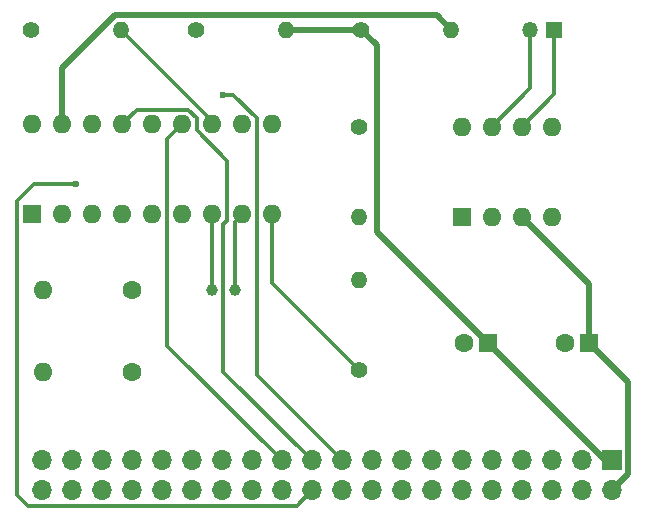
<source format=gbr>
%TF.GenerationSoftware,KiCad,Pcbnew,8.0.0*%
%TF.CreationDate,2024-02-26T14:23:39+00:00*%
%TF.ProjectId,piHat,70694861-742e-46b6-9963-61645f706362,rev?*%
%TF.SameCoordinates,Original*%
%TF.FileFunction,Copper,L1,Top*%
%TF.FilePolarity,Positive*%
%FSLAX46Y46*%
G04 Gerber Fmt 4.6, Leading zero omitted, Abs format (unit mm)*
G04 Created by KiCad (PCBNEW 8.0.0) date 2024-02-26 14:23:39*
%MOMM*%
%LPD*%
G01*
G04 APERTURE LIST*
%TA.AperFunction,ComponentPad*%
%ADD10R,1.600000X1.600000*%
%TD*%
%TA.AperFunction,ComponentPad*%
%ADD11O,1.600000X1.600000*%
%TD*%
%TA.AperFunction,ComponentPad*%
%ADD12C,1.600000*%
%TD*%
%TA.AperFunction,ComponentPad*%
%ADD13C,1.400000*%
%TD*%
%TA.AperFunction,ComponentPad*%
%ADD14O,1.400000X1.400000*%
%TD*%
%TA.AperFunction,ComponentPad*%
%ADD15R,1.700000X1.700000*%
%TD*%
%TA.AperFunction,ComponentPad*%
%ADD16O,1.700000X1.700000*%
%TD*%
%TA.AperFunction,ComponentPad*%
%ADD17C,1.000000*%
%TD*%
%TA.AperFunction,ComponentPad*%
%ADD18R,1.350000X1.350000*%
%TD*%
%TA.AperFunction,ComponentPad*%
%ADD19O,1.350000X1.350000*%
%TD*%
%TA.AperFunction,ViaPad*%
%ADD20C,0.600000*%
%TD*%
%TA.AperFunction,Conductor*%
%ADD21C,0.300000*%
%TD*%
%TA.AperFunction,Conductor*%
%ADD22C,0.500000*%
%TD*%
G04 APERTURE END LIST*
D10*
%TO.P,U2,1,TXD*%
%TO.N,Net-(U1-TXCAN)*%
X130200000Y-92800000D03*
D11*
%TO.P,U2,2,VSS*%
%TO.N,VSS*%
X132740000Y-92800000D03*
%TO.P,U2,3,VDD*%
%TO.N,VDD*%
X135280000Y-92800000D03*
%TO.P,U2,4,RXD*%
%TO.N,Net-(U2-RXD)*%
X137820000Y-92800000D03*
%TO.P,U2,5,Vref*%
%TO.N,unconnected-(U2-Vref-Pad5)*%
X137820000Y-85180000D03*
%TO.P,U2,6,CANL*%
%TO.N,Net-(J1-Pin_1)*%
X135280000Y-85180000D03*
%TO.P,U2,7,CANH*%
%TO.N,Net-(J1-Pin_2)*%
X132740000Y-85180000D03*
%TO.P,U2,8,Rs*%
%TO.N,VSS*%
X130200000Y-85180000D03*
%TD*%
D12*
%TO.P,22pF1,1*%
%TO.N,Net-(U1-OSC2)*%
X102250000Y-99000000D03*
D11*
%TO.P,22pF1,2*%
%TO.N,VSS*%
X94750000Y-99000000D03*
%TD*%
D13*
%TO.P,20K1,1*%
%TO.N,VSS*%
X121500000Y-105810000D03*
D14*
%TO.P,20K1,2*%
%TO.N,Net-(U1-RXCAN)*%
X121500000Y-98190000D03*
%TD*%
D10*
%TO.P,U1,1,TXCAN*%
%TO.N,Net-(U1-TXCAN)*%
X93800000Y-92620000D03*
D11*
%TO.P,U1,2,RXCAN*%
%TO.N,Net-(U1-RXCAN)*%
X96340000Y-92620000D03*
%TO.P,U1,3,CLKOUT/SOF*%
%TO.N,unconnected-(U1-CLKOUT{slash}SOF-Pad3)*%
X98880000Y-92620000D03*
%TO.P,U1,4,~{TX0RTS}*%
%TO.N,unconnected-(U1-~{TX0RTS}-Pad4)*%
X101420000Y-92620000D03*
%TO.P,U1,5,~{TX1RTS}*%
%TO.N,unconnected-(U1-~{TX1RTS}-Pad5)*%
X103960000Y-92620000D03*
%TO.P,U1,6,~{TX2RTS}*%
%TO.N,unconnected-(U1-~{TX2RTS}-Pad6)*%
X106500000Y-92620000D03*
%TO.P,U1,7,OSC2*%
%TO.N,Net-(U1-OSC2)*%
X109040000Y-92620000D03*
%TO.P,U1,8,OSC1*%
%TO.N,Net-(U1-OSC1)*%
X111580000Y-92620000D03*
%TO.P,U1,9,VSS*%
%TO.N,VSS*%
X114120000Y-92620000D03*
%TO.P,U1,10,~{RX1BF}*%
%TO.N,unconnected-(U1-~{RX1BF}-Pad10)*%
X114120000Y-85000000D03*
%TO.P,U1,11,~{RX0BF}*%
%TO.N,unconnected-(U1-~{RX0BF}-Pad11)*%
X111580000Y-85000000D03*
%TO.P,U1,12,~{INT}*%
%TO.N,Net-(J2-GPIO25)*%
X109040000Y-85000000D03*
%TO.P,U1,13,SCK*%
%TO.N,Net-(J2-SCLK0{slash}GPIO11)*%
X106500000Y-85000000D03*
%TO.P,U1,14,SI*%
%TO.N,Net-(J2-MOSI0{slash}GPIO10)*%
X103960000Y-85000000D03*
%TO.P,U1,15,SO*%
%TO.N,Net-(J2-MISO0{slash}GPIO9)*%
X101420000Y-85000000D03*
%TO.P,U1,16,~{CS}*%
%TO.N,Net-(J2-~{CE0}{slash}GPIO8)*%
X98880000Y-85000000D03*
%TO.P,U1,17,~{RESET}*%
%TO.N,Net-(U1-~{RESET})*%
X96340000Y-85000000D03*
%TO.P,U1,18,VDD*%
%TO.N,VCC*%
X93800000Y-85000000D03*
%TD*%
D10*
%TO.P,C3,1*%
%TO.N,VCC*%
X132410225Y-103499999D03*
D12*
%TO.P,C3,2*%
%TO.N,VSS*%
X130410225Y-103499999D03*
%TD*%
D13*
%TO.P,R2-4K7,1*%
%TO.N,Net-(J2-~{CE0}{slash}GPIO8)*%
X107690000Y-77000000D03*
D14*
%TO.P,R2-4K7,2*%
%TO.N,VCC*%
X115310000Y-77000000D03*
%TD*%
D13*
%TO.P,R1-4K7,1*%
%TO.N,VCC*%
X93690000Y-77000000D03*
D14*
%TO.P,R1-4K7,2*%
%TO.N,Net-(J2-GPIO25)*%
X101310000Y-77000000D03*
%TD*%
D13*
%TO.P,10K1,1*%
%TO.N,Net-(U2-RXD)*%
X121500000Y-85190000D03*
D14*
%TO.P,10K1,2*%
%TO.N,Net-(U1-RXCAN)*%
X121500000Y-92810000D03*
%TD*%
D15*
%TO.P,J2,1,3V3*%
%TO.N,VCC*%
X142900000Y-113450000D03*
D16*
%TO.P,J2,2,5V*%
%TO.N,VDD*%
X142900000Y-115990000D03*
%TO.P,J2,3,SDA/GPIO2*%
%TO.N,unconnected-(J2-SDA{slash}GPIO2-Pad3)*%
X140360000Y-113450000D03*
%TO.P,J2,4,5V*%
%TO.N,VDD*%
X140360000Y-115990000D03*
%TO.P,J2,5,SCL/GPIO3*%
%TO.N,unconnected-(J2-SCL{slash}GPIO3-Pad5)*%
X137820000Y-113450000D03*
%TO.P,J2,6,GND*%
%TO.N,VSS*%
X137820000Y-115990000D03*
%TO.P,J2,7,GCLK0/GPIO4*%
%TO.N,unconnected-(J2-GCLK0{slash}GPIO4-Pad7)*%
X135280000Y-113450000D03*
%TO.P,J2,8,GPIO14/TXD*%
%TO.N,unconnected-(J2-GPIO14{slash}TXD-Pad8)*%
X135280000Y-115990000D03*
%TO.P,J2,9,GND*%
%TO.N,VSS*%
X132740000Y-113450000D03*
%TO.P,J2,10,GPIO15/RXD*%
%TO.N,unconnected-(J2-GPIO15{slash}RXD-Pad10)*%
X132740000Y-115990000D03*
%TO.P,J2,11,GPIO17*%
%TO.N,unconnected-(J2-GPIO17-Pad11)*%
X130200000Y-113450000D03*
%TO.P,J2,12,GPIO18/PWM0*%
%TO.N,unconnected-(J2-GPIO18{slash}PWM0-Pad12)*%
X130200000Y-115990000D03*
%TO.P,J2,13,GPIO27*%
%TO.N,unconnected-(J2-GPIO27-Pad13)*%
X127660000Y-113450000D03*
%TO.P,J2,14,GND*%
%TO.N,VSS*%
X127660000Y-115990000D03*
%TO.P,J2,15,GPIO22*%
%TO.N,unconnected-(J2-GPIO22-Pad15)*%
X125120000Y-113450000D03*
%TO.P,J2,16,GPIO23*%
%TO.N,unconnected-(J2-GPIO23-Pad16)*%
X125120000Y-115990000D03*
%TO.P,J2,17,3V3*%
%TO.N,VCC*%
X122580000Y-113450000D03*
%TO.P,J2,18,GPIO24*%
%TO.N,unconnected-(J2-GPIO24-Pad18)*%
X122580000Y-115990000D03*
%TO.P,J2,19,MOSI0/GPIO10*%
%TO.N,Net-(J2-MOSI0{slash}GPIO10)*%
X120040000Y-113450000D03*
%TO.P,J2,20,GND*%
%TO.N,VSS*%
X120040000Y-115990000D03*
%TO.P,J2,21,MISO0/GPIO9*%
%TO.N,Net-(J2-MISO0{slash}GPIO9)*%
X117500000Y-113450000D03*
%TO.P,J2,22,GPIO25*%
%TO.N,Net-(J2-GPIO25)*%
X117500000Y-115990000D03*
%TO.P,J2,23,SCLK0/GPIO11*%
%TO.N,Net-(J2-SCLK0{slash}GPIO11)*%
X114960000Y-113450000D03*
%TO.P,J2,24,~{CE0}/GPIO8*%
%TO.N,Net-(J2-~{CE0}{slash}GPIO8)*%
X114960000Y-115990000D03*
%TO.P,J2,25,GND*%
%TO.N,VSS*%
X112420000Y-113450000D03*
%TO.P,J2,26,~{CE1}/GPIO7*%
%TO.N,unconnected-(J2-~{CE1}{slash}GPIO7-Pad26)*%
X112420000Y-115990000D03*
%TO.P,J2,27,ID_SD/GPIO0*%
%TO.N,unconnected-(J2-ID_SD{slash}GPIO0-Pad27)*%
X109880000Y-113450000D03*
%TO.P,J2,28,ID_SC/GPIO1*%
%TO.N,unconnected-(J2-ID_SC{slash}GPIO1-Pad28)*%
X109880000Y-115990000D03*
%TO.P,J2,29,GCLK1/GPIO5*%
%TO.N,unconnected-(J2-GCLK1{slash}GPIO5-Pad29)*%
X107340000Y-113450000D03*
%TO.P,J2,30,GND*%
%TO.N,VSS*%
X107340000Y-115990000D03*
%TO.P,J2,31,GCLK2/GPIO6*%
%TO.N,unconnected-(J2-GCLK2{slash}GPIO6-Pad31)*%
X104800000Y-113450000D03*
%TO.P,J2,32,PWM0/GPIO12*%
%TO.N,unconnected-(J2-PWM0{slash}GPIO12-Pad32)*%
X104800000Y-115990000D03*
%TO.P,J2,33,PWM1/GPIO13*%
%TO.N,unconnected-(J2-PWM1{slash}GPIO13-Pad33)*%
X102260000Y-113450000D03*
%TO.P,J2,34,GND*%
%TO.N,VSS*%
X102260000Y-115990000D03*
%TO.P,J2,35,GPIO19/MISO1*%
%TO.N,unconnected-(J2-GPIO19{slash}MISO1-Pad35)*%
X99720000Y-113450000D03*
%TO.P,J2,36,GPIO16*%
%TO.N,unconnected-(J2-GPIO16-Pad36)*%
X99720000Y-115990000D03*
%TO.P,J2,37,GPIO26*%
%TO.N,unconnected-(J2-GPIO26-Pad37)*%
X97180000Y-113450000D03*
%TO.P,J2,38,GPIO20/MOSI1*%
%TO.N,unconnected-(J2-GPIO20{slash}MOSI1-Pad38)*%
X97180000Y-115990000D03*
%TO.P,J2,39,GND*%
%TO.N,VSS*%
X94640000Y-113450000D03*
%TO.P,J2,40,GPIO21/SCLK1*%
%TO.N,unconnected-(J2-GPIO21{slash}SCLK1-Pad40)*%
X94640000Y-115990000D03*
%TD*%
D17*
%TO.P,16mhz1,1,1*%
%TO.N,Net-(U1-OSC2)*%
X109050000Y-99000000D03*
%TO.P,16mhz1,2,2*%
%TO.N,Net-(U1-OSC1)*%
X110950000Y-99000000D03*
%TD*%
D13*
%TO.P,R3-4K7,1*%
%TO.N,VCC*%
X121690000Y-77000000D03*
D14*
%TO.P,R3-4K7,2*%
%TO.N,Net-(U1-~{RESET})*%
X129310000Y-77000000D03*
%TD*%
D18*
%TO.P,H - L,1,Pin_1*%
%TO.N,Net-(J1-Pin_1)*%
X138000000Y-77000000D03*
D19*
%TO.P,H - L,2,Pin_2*%
%TO.N,Net-(J1-Pin_2)*%
X136000000Y-77000000D03*
%TD*%
D10*
%TO.P,C4,1*%
%TO.N,VDD*%
X140955113Y-103499999D03*
D12*
%TO.P,C4,2*%
%TO.N,VSS*%
X138955113Y-103499999D03*
%TD*%
%TO.P,22pF2,1*%
%TO.N,Net-(U1-OSC1)*%
X102250000Y-106000000D03*
D11*
%TO.P,22pF2,2*%
%TO.N,VSS*%
X94750000Y-106000000D03*
%TD*%
D20*
%TO.N,Net-(J2-GPIO25)*%
X97500000Y-90000000D03*
%TO.N,Net-(J2-MOSI0{slash}GPIO10)*%
X110000000Y-82500000D03*
%TD*%
D21*
%TO.N,Net-(U1-OSC2)*%
X109040000Y-92620000D02*
X109040000Y-98990000D01*
X109040000Y-98990000D02*
X109050000Y-99000000D01*
%TO.N,VSS*%
X114120000Y-98430000D02*
X121500000Y-105810000D01*
X114120000Y-92620000D02*
X114120000Y-98430000D01*
%TO.N,Net-(U1-OSC1)*%
X110950000Y-93250000D02*
X111580000Y-92620000D01*
X110950000Y-99000000D02*
X110950000Y-93250000D01*
%TO.N,Net-(J1-Pin_2)*%
X136000000Y-77000000D02*
X136000000Y-81920000D01*
X136000000Y-81920000D02*
X132740000Y-85180000D01*
%TO.N,Net-(J1-Pin_1)*%
X138000000Y-82460000D02*
X138000000Y-77000000D01*
X135280000Y-85180000D02*
X138000000Y-82460000D01*
%TO.N,Net-(J2-SCLK0{slash}GPIO11)*%
X105250000Y-103740000D02*
X105250000Y-86250000D01*
X105250000Y-86250000D02*
X106500000Y-85000000D01*
X114960000Y-113450000D02*
X105250000Y-103740000D01*
D22*
%TO.N,VDD*%
X140955113Y-103499999D02*
X140955113Y-98475113D01*
X144300000Y-114590000D02*
X142900000Y-115990000D01*
X140955113Y-98475113D02*
X135280000Y-92800000D01*
X144300000Y-106844886D02*
X144300000Y-114590000D01*
X140955113Y-103499999D02*
X144300000Y-106844886D01*
D21*
%TO.N,Net-(J2-GPIO25)*%
X109040000Y-84730000D02*
X109040000Y-85000000D01*
X117500000Y-115990000D02*
X116200000Y-117290000D01*
X94000000Y-90000000D02*
X97500000Y-90000000D01*
X92550000Y-91450000D02*
X94000000Y-90000000D01*
X93440000Y-117290000D02*
X92550000Y-116400000D01*
X92550000Y-116400000D02*
X92550000Y-91450000D01*
X116200000Y-117290000D02*
X93440000Y-117290000D01*
X101310000Y-77000000D02*
X109040000Y-84730000D01*
D22*
%TO.N,VCC*%
X132410225Y-103499999D02*
X123000000Y-94089774D01*
X115310000Y-77000000D02*
X121690000Y-77000000D01*
X123000000Y-94089774D02*
X123000000Y-78310000D01*
X132410225Y-103499999D02*
X142360226Y-113450000D01*
X123000000Y-78310000D02*
X121690000Y-77000000D01*
X142360226Y-113450000D02*
X142900000Y-113450000D01*
D21*
%TO.N,Net-(J2-MISO0{slash}GPIO9)*%
X110000000Y-93467767D02*
X110330000Y-93137767D01*
X102670000Y-83750000D02*
X101420000Y-85000000D01*
X117500000Y-113450000D02*
X110000000Y-105950000D01*
X107750000Y-84482233D02*
X107017767Y-83750000D01*
X110330000Y-88057767D02*
X107750000Y-85477767D01*
X110000000Y-105950000D02*
X110000000Y-93467767D01*
X110330000Y-93137767D02*
X110330000Y-88057767D01*
X107750000Y-85477767D02*
X107750000Y-84482233D01*
X107017767Y-83750000D02*
X102670000Y-83750000D01*
%TO.N,Net-(J2-MOSI0{slash}GPIO10)*%
X120040000Y-113450000D02*
X112830000Y-106240000D01*
X112830000Y-84482233D02*
X110847767Y-82500000D01*
X110847767Y-82500000D02*
X110000000Y-82500000D01*
X112830000Y-106240000D02*
X112830000Y-84482233D01*
D22*
%TO.N,Net-(U1-~{RESET})*%
X96340000Y-80202233D02*
X100792233Y-75750000D01*
X96340000Y-85000000D02*
X96340000Y-80202233D01*
X128060000Y-75750000D02*
X129310000Y-77000000D01*
X100792233Y-75750000D02*
X128060000Y-75750000D01*
%TD*%
M02*

</source>
